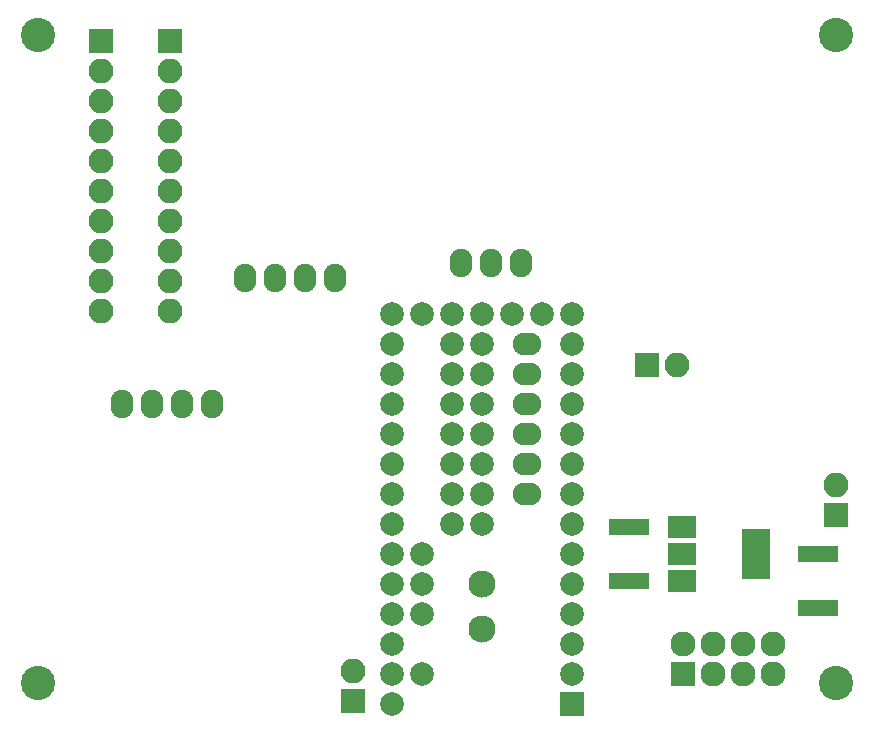
<source format=gbr>
G04 #@! TF.FileFunction,Soldermask,Bot*
%FSLAX46Y46*%
G04 Gerber Fmt 4.6, Leading zero omitted, Abs format (unit mm)*
G04 Created by KiCad (PCBNEW 4.0.7) date 04/18/18 00:39:05*
%MOMM*%
%LPD*%
G01*
G04 APERTURE LIST*
%ADD10C,0.100000*%
%ADD11O,1.924000X2.400000*%
%ADD12C,2.000000*%
%ADD13R,2.000000X2.000000*%
%ADD14C,2.300000*%
%ADD15R,2.127200X2.127200*%
%ADD16O,2.127200X2.127200*%
%ADD17C,2.900000*%
%ADD18R,3.400000X1.400000*%
%ADD19R,2.400000X4.200000*%
%ADD20R,2.400000X1.900000*%
%ADD21R,2.100000X2.100000*%
%ADD22O,2.100000X2.100000*%
%ADD23O,2.400000X1.924000*%
G04 APERTURE END LIST*
D10*
D11*
X150622000Y-82042000D03*
X148082000Y-82042000D03*
X145542000Y-82042000D03*
D12*
X147320000Y-86360000D03*
X144780000Y-86360000D03*
X142240000Y-86360000D03*
X139700000Y-86360000D03*
X149860000Y-86360000D03*
X152400000Y-86360000D03*
X154940000Y-86360000D03*
X139700000Y-88900000D03*
X139700000Y-91440000D03*
X139700000Y-93980000D03*
X139700000Y-96520000D03*
X139700000Y-99060000D03*
X139700000Y-101600000D03*
X139700000Y-104140000D03*
X139700000Y-106680000D03*
X139700000Y-109220000D03*
X139700000Y-111760000D03*
X139700000Y-114300000D03*
X139700000Y-116840000D03*
X139700000Y-119380000D03*
X142240000Y-116840000D03*
X142240000Y-111760000D03*
X142240000Y-109220000D03*
X142240000Y-106680000D03*
X154940000Y-88900000D03*
X154940000Y-91440000D03*
X154940000Y-93980000D03*
X154940000Y-96520000D03*
X154940000Y-99060000D03*
X154940000Y-101600000D03*
X154940000Y-104140000D03*
X154940000Y-106680000D03*
X154940000Y-109220000D03*
X154940000Y-111760000D03*
X154940000Y-114300000D03*
X154940000Y-116840000D03*
D13*
X154940000Y-119380000D03*
D12*
X147320000Y-104140000D03*
X147320000Y-101600000D03*
X147320000Y-99060000D03*
X147320000Y-96520000D03*
X147320000Y-93980000D03*
X147320000Y-91440000D03*
X147320000Y-88900000D03*
X144780000Y-88900000D03*
X144780000Y-91440000D03*
X144780000Y-93980000D03*
X144780000Y-96520000D03*
X144780000Y-99060000D03*
X144780000Y-101600000D03*
X144780000Y-104140000D03*
D14*
X147320000Y-109220000D03*
X147320000Y-113030000D03*
D15*
X164338000Y-116840000D03*
D16*
X164338000Y-114300000D03*
X166878000Y-116840000D03*
X166878000Y-114300000D03*
X169418000Y-116840000D03*
X169418000Y-114300000D03*
X171958000Y-116840000D03*
X171958000Y-114300000D03*
D11*
X116840000Y-93980000D03*
X119380000Y-93980000D03*
X121920000Y-93980000D03*
X124460000Y-93980000D03*
X134874000Y-83312000D03*
X132334000Y-83312000D03*
X129794000Y-83312000D03*
X127254000Y-83312000D03*
D17*
X109728000Y-62738000D03*
X177292000Y-62738000D03*
X109728000Y-117602000D03*
X177292000Y-117602000D03*
D18*
X159766000Y-104380000D03*
X159766000Y-108980000D03*
X175768000Y-106666000D03*
X175768000Y-111266000D03*
D19*
X170536000Y-106680000D03*
D20*
X164236000Y-106680000D03*
X164236000Y-104380000D03*
X164236000Y-108980000D03*
D21*
X115062000Y-63246000D03*
D22*
X115062000Y-65786000D03*
X115062000Y-68326000D03*
X115062000Y-70866000D03*
X115062000Y-73406000D03*
X115062000Y-75946000D03*
X115062000Y-78486000D03*
X115062000Y-81026000D03*
X115062000Y-83566000D03*
X115062000Y-86106000D03*
D21*
X120904000Y-63246000D03*
D22*
X120904000Y-65786000D03*
X120904000Y-68326000D03*
X120904000Y-70866000D03*
X120904000Y-73406000D03*
X120904000Y-75946000D03*
X120904000Y-78486000D03*
X120904000Y-81026000D03*
X120904000Y-83566000D03*
X120904000Y-86106000D03*
D21*
X161290000Y-90678000D03*
D22*
X163830000Y-90678000D03*
D21*
X177292000Y-103378000D03*
D22*
X177292000Y-100838000D03*
D21*
X136398000Y-119126000D03*
D22*
X136398000Y-116586000D03*
D23*
X151130000Y-88900000D03*
X151130000Y-91440000D03*
X151130000Y-93980000D03*
X151130000Y-96520000D03*
X151130000Y-99060000D03*
X151130000Y-101600000D03*
M02*

</source>
